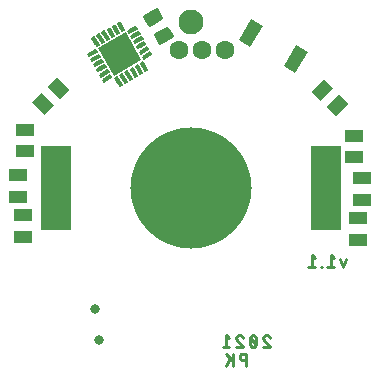
<source format=gbs>
G04 EAGLE Gerber RS-274X export*
G75*
%MOMM*%
%FSLAX34Y34*%
%LPD*%
%INBottom Solder Mask*%
%IPPOS*%
%AMOC8*
5,1,8,0,0,1.08239X$1,22.5*%
G01*
G04 Define Apertures*
%ADD10C,2.101600*%
%ADD11C,0.254000*%
%ADD12C,0.800000*%
%ADD13R,2.641600X7.101600*%
%ADD14C,10.261600*%
%ADD15R,1.521800X1.132800*%
%ADD16R,1.132800X1.521800*%
%ADD17C,0.166334*%
%ADD18R,2.701600X2.701600*%
%ADD19R,2.101600X1.151600*%
%ADD20C,0.357631*%
%ADD21C,1.601600*%
D10*
X0Y140000D03*
D11*
X47110Y-140457D02*
X47110Y-150617D01*
X47110Y-140457D02*
X44288Y-140457D01*
X44182Y-140459D01*
X44077Y-140465D01*
X43972Y-140475D01*
X43867Y-140489D01*
X43763Y-140506D01*
X43660Y-140528D01*
X43558Y-140553D01*
X43456Y-140582D01*
X43356Y-140615D01*
X43257Y-140652D01*
X43160Y-140692D01*
X43064Y-140736D01*
X42969Y-140784D01*
X42877Y-140835D01*
X42787Y-140890D01*
X42698Y-140947D01*
X42612Y-141008D01*
X42529Y-141073D01*
X42447Y-141140D01*
X42369Y-141210D01*
X42293Y-141284D01*
X42219Y-141360D01*
X42149Y-141438D01*
X42082Y-141520D01*
X42017Y-141603D01*
X41956Y-141689D01*
X41899Y-141778D01*
X41844Y-141868D01*
X41793Y-141960D01*
X41745Y-142055D01*
X41701Y-142151D01*
X41661Y-142248D01*
X41624Y-142347D01*
X41591Y-142447D01*
X41562Y-142549D01*
X41537Y-142651D01*
X41515Y-142754D01*
X41498Y-142858D01*
X41484Y-142963D01*
X41474Y-143068D01*
X41468Y-143173D01*
X41466Y-143279D01*
X41468Y-143385D01*
X41474Y-143490D01*
X41484Y-143595D01*
X41498Y-143700D01*
X41515Y-143804D01*
X41537Y-143907D01*
X41562Y-144009D01*
X41591Y-144111D01*
X41624Y-144211D01*
X41661Y-144310D01*
X41701Y-144407D01*
X41745Y-144503D01*
X41793Y-144598D01*
X41844Y-144690D01*
X41899Y-144780D01*
X41956Y-144869D01*
X42017Y-144955D01*
X42082Y-145038D01*
X42149Y-145120D01*
X42219Y-145198D01*
X42293Y-145274D01*
X42369Y-145348D01*
X42447Y-145418D01*
X42529Y-145485D01*
X42612Y-145550D01*
X42698Y-145611D01*
X42787Y-145668D01*
X42877Y-145723D01*
X42969Y-145774D01*
X43064Y-145822D01*
X43160Y-145866D01*
X43257Y-145906D01*
X43356Y-145943D01*
X43456Y-145976D01*
X43558Y-146005D01*
X43660Y-146030D01*
X43763Y-146052D01*
X43867Y-146069D01*
X43972Y-146083D01*
X44077Y-146093D01*
X44182Y-146099D01*
X44288Y-146101D01*
X44288Y-146102D02*
X47110Y-146102D01*
X35680Y-150617D02*
X35680Y-140457D01*
X30035Y-140457D02*
X35680Y-146666D01*
X33422Y-144408D02*
X30035Y-150617D01*
D12*
X-77886Y-129121D03*
X-80920Y-103030D03*
D11*
X61585Y-127432D02*
X61587Y-127332D01*
X61593Y-127233D01*
X61603Y-127133D01*
X61616Y-127035D01*
X61634Y-126936D01*
X61655Y-126839D01*
X61680Y-126743D01*
X61709Y-126647D01*
X61742Y-126553D01*
X61778Y-126460D01*
X61818Y-126369D01*
X61862Y-126279D01*
X61909Y-126191D01*
X61959Y-126105D01*
X62013Y-126021D01*
X62070Y-125939D01*
X62130Y-125860D01*
X62194Y-125782D01*
X62260Y-125708D01*
X62329Y-125636D01*
X62401Y-125567D01*
X62475Y-125501D01*
X62553Y-125437D01*
X62632Y-125377D01*
X62714Y-125320D01*
X62798Y-125266D01*
X62884Y-125216D01*
X62972Y-125169D01*
X63062Y-125125D01*
X63153Y-125085D01*
X63246Y-125049D01*
X63340Y-125016D01*
X63436Y-124987D01*
X63532Y-124962D01*
X63629Y-124941D01*
X63728Y-124923D01*
X63826Y-124910D01*
X63926Y-124900D01*
X64025Y-124894D01*
X64125Y-124892D01*
X64236Y-124894D01*
X64347Y-124900D01*
X64457Y-124909D01*
X64567Y-124922D01*
X64677Y-124939D01*
X64786Y-124960D01*
X64894Y-124984D01*
X65001Y-125012D01*
X65108Y-125043D01*
X65213Y-125079D01*
X65317Y-125117D01*
X65419Y-125160D01*
X65520Y-125205D01*
X65620Y-125255D01*
X65717Y-125307D01*
X65813Y-125363D01*
X65907Y-125422D01*
X65999Y-125484D01*
X66089Y-125549D01*
X66176Y-125617D01*
X66261Y-125689D01*
X66344Y-125763D01*
X66424Y-125839D01*
X66501Y-125919D01*
X66576Y-126001D01*
X66648Y-126085D01*
X66717Y-126172D01*
X66782Y-126261D01*
X66845Y-126353D01*
X66905Y-126446D01*
X66961Y-126542D01*
X67015Y-126639D01*
X67064Y-126738D01*
X67111Y-126839D01*
X67154Y-126941D01*
X67193Y-127045D01*
X67229Y-127150D01*
X62432Y-129407D02*
X62360Y-129337D01*
X62291Y-129264D01*
X62225Y-129188D01*
X62162Y-129110D01*
X62102Y-129030D01*
X62045Y-128947D01*
X61990Y-128863D01*
X61939Y-128776D01*
X61891Y-128688D01*
X61847Y-128598D01*
X61806Y-128507D01*
X61768Y-128414D01*
X61733Y-128319D01*
X61702Y-128224D01*
X61675Y-128127D01*
X61651Y-128030D01*
X61631Y-127931D01*
X61615Y-127832D01*
X61602Y-127733D01*
X61592Y-127633D01*
X61587Y-127532D01*
X61585Y-127432D01*
X62432Y-129407D02*
X67230Y-135052D01*
X61585Y-135052D01*
X55800Y-129972D02*
X55798Y-129772D01*
X55790Y-129572D01*
X55779Y-129373D01*
X55762Y-129174D01*
X55740Y-128975D01*
X55714Y-128777D01*
X55683Y-128579D01*
X55648Y-128383D01*
X55607Y-128187D01*
X55563Y-127992D01*
X55513Y-127798D01*
X55459Y-127606D01*
X55400Y-127415D01*
X55337Y-127225D01*
X55269Y-127037D01*
X55197Y-126851D01*
X55120Y-126666D01*
X55039Y-126484D01*
X54953Y-126303D01*
X54922Y-126219D01*
X54888Y-126137D01*
X54850Y-126056D01*
X54809Y-125976D01*
X54764Y-125899D01*
X54717Y-125824D01*
X54666Y-125750D01*
X54611Y-125679D01*
X54554Y-125611D01*
X54494Y-125544D01*
X54431Y-125481D01*
X54366Y-125420D01*
X54298Y-125362D01*
X54228Y-125307D01*
X54155Y-125255D01*
X54080Y-125207D01*
X54003Y-125161D01*
X53925Y-125119D01*
X53844Y-125080D01*
X53762Y-125045D01*
X53679Y-125013D01*
X53594Y-124985D01*
X53508Y-124960D01*
X53421Y-124940D01*
X53334Y-124922D01*
X53245Y-124909D01*
X53156Y-124900D01*
X53067Y-124894D01*
X52978Y-124892D01*
X52889Y-124894D01*
X52800Y-124900D01*
X52711Y-124909D01*
X52622Y-124922D01*
X52535Y-124940D01*
X52448Y-124960D01*
X52362Y-124985D01*
X52277Y-125013D01*
X52194Y-125045D01*
X52112Y-125080D01*
X52031Y-125119D01*
X51953Y-125161D01*
X51876Y-125207D01*
X51801Y-125255D01*
X51728Y-125307D01*
X51658Y-125362D01*
X51590Y-125420D01*
X51525Y-125481D01*
X51462Y-125544D01*
X51402Y-125611D01*
X51345Y-125679D01*
X51290Y-125750D01*
X51239Y-125824D01*
X51192Y-125899D01*
X51147Y-125976D01*
X51106Y-126056D01*
X51068Y-126137D01*
X51034Y-126219D01*
X51003Y-126303D01*
X50917Y-126484D01*
X50836Y-126667D01*
X50759Y-126851D01*
X50687Y-127038D01*
X50619Y-127226D01*
X50556Y-127415D01*
X50497Y-127606D01*
X50443Y-127799D01*
X50393Y-127992D01*
X50349Y-128187D01*
X50308Y-128383D01*
X50273Y-128579D01*
X50242Y-128777D01*
X50216Y-128975D01*
X50194Y-129174D01*
X50177Y-129373D01*
X50166Y-129572D01*
X50158Y-129772D01*
X50156Y-129972D01*
X55800Y-129972D02*
X55798Y-130172D01*
X55790Y-130372D01*
X55779Y-130571D01*
X55762Y-130770D01*
X55740Y-130969D01*
X55714Y-131167D01*
X55683Y-131365D01*
X55648Y-131561D01*
X55607Y-131757D01*
X55563Y-131952D01*
X55513Y-132146D01*
X55459Y-132338D01*
X55400Y-132529D01*
X55337Y-132719D01*
X55269Y-132907D01*
X55197Y-133093D01*
X55120Y-133278D01*
X55039Y-133460D01*
X54953Y-133641D01*
X54953Y-133640D02*
X54922Y-133724D01*
X54888Y-133807D01*
X54850Y-133887D01*
X54809Y-133967D01*
X54764Y-134044D01*
X54717Y-134119D01*
X54665Y-134193D01*
X54611Y-134264D01*
X54554Y-134332D01*
X54494Y-134399D01*
X54431Y-134462D01*
X54366Y-134523D01*
X54298Y-134581D01*
X54228Y-134636D01*
X54155Y-134688D01*
X54080Y-134736D01*
X54003Y-134782D01*
X53925Y-134824D01*
X53844Y-134863D01*
X53762Y-134898D01*
X53679Y-134930D01*
X53594Y-134958D01*
X53508Y-134983D01*
X53421Y-135003D01*
X53334Y-135021D01*
X53245Y-135034D01*
X53156Y-135043D01*
X53067Y-135049D01*
X52978Y-135051D01*
X51003Y-133641D02*
X50917Y-133460D01*
X50836Y-133277D01*
X50759Y-133093D01*
X50687Y-132906D01*
X50619Y-132718D01*
X50556Y-132529D01*
X50497Y-132338D01*
X50443Y-132145D01*
X50393Y-131952D01*
X50349Y-131757D01*
X50308Y-131561D01*
X50273Y-131365D01*
X50242Y-131167D01*
X50216Y-130969D01*
X50194Y-130770D01*
X50177Y-130571D01*
X50166Y-130372D01*
X50158Y-130172D01*
X50156Y-129972D01*
X51003Y-133640D02*
X51034Y-133724D01*
X51068Y-133807D01*
X51106Y-133887D01*
X51147Y-133967D01*
X51192Y-134044D01*
X51239Y-134119D01*
X51291Y-134193D01*
X51345Y-134264D01*
X51402Y-134332D01*
X51462Y-134399D01*
X51525Y-134462D01*
X51590Y-134523D01*
X51658Y-134581D01*
X51728Y-134636D01*
X51801Y-134688D01*
X51876Y-134736D01*
X51953Y-134782D01*
X52031Y-134824D01*
X52112Y-134863D01*
X52194Y-134898D01*
X52277Y-134930D01*
X52362Y-134958D01*
X52448Y-134983D01*
X52535Y-135003D01*
X52622Y-135021D01*
X52711Y-135034D01*
X52800Y-135043D01*
X52889Y-135049D01*
X52978Y-135051D01*
X55235Y-132794D02*
X50720Y-127149D01*
X41265Y-124892D02*
X41165Y-124894D01*
X41066Y-124900D01*
X40966Y-124910D01*
X40868Y-124923D01*
X40769Y-124941D01*
X40672Y-124962D01*
X40576Y-124987D01*
X40480Y-125016D01*
X40386Y-125049D01*
X40293Y-125085D01*
X40202Y-125125D01*
X40112Y-125169D01*
X40024Y-125216D01*
X39938Y-125266D01*
X39854Y-125320D01*
X39772Y-125377D01*
X39693Y-125437D01*
X39615Y-125501D01*
X39541Y-125567D01*
X39469Y-125636D01*
X39400Y-125708D01*
X39334Y-125782D01*
X39270Y-125860D01*
X39210Y-125939D01*
X39153Y-126021D01*
X39099Y-126105D01*
X39049Y-126191D01*
X39002Y-126279D01*
X38958Y-126369D01*
X38918Y-126460D01*
X38882Y-126553D01*
X38849Y-126647D01*
X38820Y-126743D01*
X38795Y-126839D01*
X38774Y-126936D01*
X38756Y-127035D01*
X38743Y-127133D01*
X38733Y-127233D01*
X38727Y-127332D01*
X38725Y-127432D01*
X41265Y-124892D02*
X41376Y-124894D01*
X41487Y-124900D01*
X41597Y-124909D01*
X41707Y-124922D01*
X41817Y-124939D01*
X41926Y-124960D01*
X42034Y-124984D01*
X42141Y-125012D01*
X42248Y-125043D01*
X42353Y-125079D01*
X42457Y-125117D01*
X42559Y-125160D01*
X42660Y-125205D01*
X42760Y-125255D01*
X42857Y-125307D01*
X42953Y-125363D01*
X43047Y-125422D01*
X43139Y-125484D01*
X43229Y-125549D01*
X43316Y-125617D01*
X43401Y-125689D01*
X43484Y-125763D01*
X43564Y-125839D01*
X43641Y-125919D01*
X43716Y-126001D01*
X43788Y-126085D01*
X43857Y-126172D01*
X43922Y-126261D01*
X43985Y-126353D01*
X44045Y-126446D01*
X44101Y-126542D01*
X44155Y-126639D01*
X44204Y-126738D01*
X44251Y-126839D01*
X44294Y-126941D01*
X44333Y-127045D01*
X44369Y-127150D01*
X39572Y-129407D02*
X39500Y-129337D01*
X39431Y-129264D01*
X39365Y-129188D01*
X39302Y-129110D01*
X39242Y-129030D01*
X39185Y-128947D01*
X39130Y-128863D01*
X39079Y-128776D01*
X39031Y-128688D01*
X38987Y-128598D01*
X38946Y-128507D01*
X38908Y-128414D01*
X38873Y-128319D01*
X38842Y-128224D01*
X38815Y-128127D01*
X38791Y-128030D01*
X38771Y-127931D01*
X38755Y-127832D01*
X38742Y-127733D01*
X38732Y-127633D01*
X38727Y-127532D01*
X38725Y-127432D01*
X39572Y-129407D02*
X44370Y-135052D01*
X38725Y-135052D01*
X32940Y-127149D02*
X30118Y-124892D01*
X30118Y-135052D01*
X32940Y-135052D02*
X27295Y-135052D01*
X128949Y-67567D02*
X131207Y-60794D01*
X126692Y-60794D02*
X128949Y-67567D01*
X121485Y-59665D02*
X118662Y-57407D01*
X118662Y-67567D01*
X115840Y-67567D02*
X121485Y-67567D01*
X110944Y-67567D02*
X110944Y-67003D01*
X110379Y-67003D01*
X110379Y-67567D01*
X110944Y-67567D01*
X105483Y-59665D02*
X102660Y-57407D01*
X102660Y-67567D01*
X99838Y-67567D02*
X105483Y-67567D01*
D13*
X114300Y0D03*
X-114300Y0D03*
D14*
X0Y0D03*
D15*
X-146050Y10465D03*
X-146050Y-7925D03*
D16*
G36*
X110146Y73360D02*
X102136Y81370D01*
X112896Y92130D01*
X120906Y84120D01*
X110146Y73360D01*
G37*
G36*
X123150Y60356D02*
X115140Y68366D01*
X125900Y79126D01*
X133910Y71116D01*
X123150Y60356D01*
G37*
D15*
X144780Y7925D03*
X144780Y-10465D03*
D16*
G36*
X-115197Y69733D02*
X-123207Y61723D01*
X-133967Y72483D01*
X-125957Y80493D01*
X-115197Y69733D01*
G37*
G36*
X-102193Y82737D02*
X-110203Y74727D01*
X-120963Y85487D01*
X-112953Y93497D01*
X-102193Y82737D01*
G37*
D17*
X-73377Y89716D02*
X-66922Y93442D01*
X-73377Y89716D02*
X-74354Y91408D01*
X-67899Y95134D01*
X-66922Y93442D01*
X-70640Y91296D02*
X-74289Y91296D01*
X-71811Y92876D02*
X-67903Y92876D01*
X-67508Y94456D02*
X-69074Y94456D01*
X-69422Y97772D02*
X-75877Y94046D01*
X-76854Y95738D01*
X-70399Y99464D01*
X-69422Y97772D01*
X-73140Y95626D02*
X-76789Y95626D01*
X-74311Y97206D02*
X-70403Y97206D01*
X-70008Y98786D02*
X-71574Y98786D01*
X-71922Y102102D02*
X-78377Y98376D01*
X-79354Y100068D01*
X-72899Y103794D01*
X-71922Y102102D01*
X-75640Y99956D02*
X-79289Y99956D01*
X-76811Y101536D02*
X-72903Y101536D01*
X-72508Y103116D02*
X-74074Y103116D01*
X-74422Y106432D02*
X-80877Y102706D01*
X-81854Y104398D01*
X-75399Y108124D01*
X-74422Y106432D01*
X-78140Y104286D02*
X-81789Y104286D01*
X-79311Y105866D02*
X-75403Y105866D01*
X-75008Y107446D02*
X-76574Y107446D01*
X-76922Y110762D02*
X-83377Y107036D01*
X-84354Y108728D01*
X-77899Y112454D01*
X-76922Y110762D01*
X-80640Y108616D02*
X-84289Y108616D01*
X-81811Y110196D02*
X-77903Y110196D01*
X-77508Y111776D02*
X-79074Y111776D01*
X-79422Y115092D02*
X-85877Y111366D01*
X-86854Y113058D01*
X-80399Y116784D01*
X-79422Y115092D01*
X-83140Y112946D02*
X-86789Y112946D01*
X-84311Y114526D02*
X-80403Y114526D01*
X-80008Y116106D02*
X-81574Y116106D01*
X-52102Y130866D02*
X-45647Y134592D01*
X-52102Y130866D02*
X-53079Y132558D01*
X-46624Y136284D01*
X-45647Y134592D01*
X-49365Y132446D02*
X-53014Y132446D01*
X-50536Y134026D02*
X-46628Y134026D01*
X-46233Y135606D02*
X-47799Y135606D01*
X-43147Y130262D02*
X-49602Y126536D01*
X-50579Y128228D01*
X-44124Y131954D01*
X-43147Y130262D01*
X-46865Y128116D02*
X-50514Y128116D01*
X-48036Y129696D02*
X-44128Y129696D01*
X-43733Y131276D02*
X-45299Y131276D01*
X-40647Y125932D02*
X-47102Y122206D01*
X-48079Y123898D01*
X-41624Y127624D01*
X-40647Y125932D01*
X-44365Y123786D02*
X-48014Y123786D01*
X-45536Y125366D02*
X-41628Y125366D01*
X-41233Y126946D02*
X-42799Y126946D01*
X-38147Y121602D02*
X-44602Y117876D01*
X-45579Y119568D01*
X-39124Y123294D01*
X-38147Y121602D01*
X-41865Y119456D02*
X-45514Y119456D01*
X-43036Y121036D02*
X-39128Y121036D01*
X-38733Y122616D02*
X-40299Y122616D01*
X-35647Y117272D02*
X-42102Y113546D01*
X-43079Y115238D01*
X-36624Y118964D01*
X-35647Y117272D01*
X-39365Y115126D02*
X-43014Y115126D01*
X-40536Y116706D02*
X-36628Y116706D01*
X-36233Y118286D02*
X-37799Y118286D01*
X-33147Y112942D02*
X-39602Y109216D01*
X-40579Y110908D01*
X-34124Y114634D01*
X-33147Y112942D01*
X-36865Y110796D02*
X-40514Y110796D01*
X-38036Y112376D02*
X-34128Y112376D01*
X-33733Y113956D02*
X-35299Y113956D01*
X-40442Y106079D02*
X-36716Y99624D01*
X-38408Y98647D01*
X-42134Y105102D01*
X-40442Y106079D01*
X-39320Y100227D02*
X-37064Y100227D01*
X-37976Y101807D02*
X-40232Y101807D01*
X-41144Y103387D02*
X-38888Y103387D01*
X-39800Y104967D02*
X-42056Y104967D01*
X-44772Y103579D02*
X-41046Y97124D01*
X-42738Y96147D01*
X-46464Y102602D01*
X-44772Y103579D01*
X-43650Y97727D02*
X-41394Y97727D01*
X-42306Y99307D02*
X-44562Y99307D01*
X-45474Y100887D02*
X-43218Y100887D01*
X-44130Y102467D02*
X-46386Y102467D01*
X-49102Y101079D02*
X-45376Y94624D01*
X-47068Y93647D01*
X-50794Y100102D01*
X-49102Y101079D01*
X-47980Y95227D02*
X-45724Y95227D01*
X-46636Y96807D02*
X-48892Y96807D01*
X-49804Y98387D02*
X-47548Y98387D01*
X-48460Y99967D02*
X-50716Y99967D01*
X-53432Y98579D02*
X-49706Y92124D01*
X-51398Y91147D01*
X-55124Y97602D01*
X-53432Y98579D01*
X-52310Y92727D02*
X-50054Y92727D01*
X-50966Y94307D02*
X-53222Y94307D01*
X-54134Y95887D02*
X-51878Y95887D01*
X-52790Y97467D02*
X-55046Y97467D01*
X-57762Y96079D02*
X-54036Y89624D01*
X-55728Y88647D01*
X-59454Y95102D01*
X-57762Y96079D01*
X-56640Y90227D02*
X-54384Y90227D01*
X-55296Y91807D02*
X-57552Y91807D01*
X-58464Y93387D02*
X-56208Y93387D01*
X-57120Y94967D02*
X-59376Y94967D01*
X-62092Y93579D02*
X-58366Y87124D01*
X-60058Y86147D01*
X-63784Y92602D01*
X-62092Y93579D01*
X-60970Y87727D02*
X-58714Y87727D01*
X-59626Y89307D02*
X-61882Y89307D01*
X-62794Y90887D02*
X-60538Y90887D01*
X-61450Y92467D02*
X-63706Y92467D01*
X-77866Y120898D02*
X-81592Y127353D01*
X-77866Y120898D02*
X-79558Y119921D01*
X-83284Y126376D01*
X-81592Y127353D01*
X-80470Y121501D02*
X-78214Y121501D01*
X-79126Y123081D02*
X-81382Y123081D01*
X-82294Y124661D02*
X-80038Y124661D01*
X-80950Y126241D02*
X-83206Y126241D01*
X-77262Y129853D02*
X-73536Y123398D01*
X-75228Y122421D01*
X-78954Y128876D01*
X-77262Y129853D01*
X-76140Y124001D02*
X-73884Y124001D01*
X-74796Y125581D02*
X-77052Y125581D01*
X-77964Y127161D02*
X-75708Y127161D01*
X-76620Y128741D02*
X-78876Y128741D01*
X-72932Y132353D02*
X-69206Y125898D01*
X-70898Y124921D01*
X-74624Y131376D01*
X-72932Y132353D01*
X-71810Y126501D02*
X-69554Y126501D01*
X-70466Y128081D02*
X-72722Y128081D01*
X-73634Y129661D02*
X-71378Y129661D01*
X-72290Y131241D02*
X-74546Y131241D01*
X-68602Y134853D02*
X-64876Y128398D01*
X-66568Y127421D01*
X-70294Y133876D01*
X-68602Y134853D01*
X-67480Y129001D02*
X-65224Y129001D01*
X-66136Y130581D02*
X-68392Y130581D01*
X-69304Y132161D02*
X-67048Y132161D01*
X-67960Y133741D02*
X-70216Y133741D01*
X-64272Y137353D02*
X-60546Y130898D01*
X-62238Y129921D01*
X-65964Y136376D01*
X-64272Y137353D01*
X-63150Y131501D02*
X-60894Y131501D01*
X-61806Y133081D02*
X-64062Y133081D01*
X-64974Y134661D02*
X-62718Y134661D01*
X-63630Y136241D02*
X-65886Y136241D01*
X-59942Y139853D02*
X-56216Y133398D01*
X-57908Y132421D01*
X-61634Y138876D01*
X-59942Y139853D01*
X-58820Y134001D02*
X-56564Y134001D01*
X-57476Y135581D02*
X-59732Y135581D01*
X-60644Y137161D02*
X-58388Y137161D01*
X-59300Y138741D02*
X-61556Y138741D01*
D18*
G36*
X-55056Y131452D02*
X-41548Y108056D01*
X-64944Y94548D01*
X-78452Y117944D01*
X-55056Y131452D01*
G37*
D19*
G36*
X40686Y124792D02*
X51193Y142992D01*
X61166Y137234D01*
X50659Y119034D01*
X40686Y124792D01*
G37*
G36*
X78834Y102767D02*
X89341Y120967D01*
X99314Y115209D01*
X88807Y97009D01*
X78834Y102767D01*
G37*
D20*
X-34680Y137755D02*
X-38480Y144336D01*
X-28600Y150041D01*
X-24800Y143460D01*
X-34680Y137755D01*
X-36641Y141152D02*
X-28797Y141152D01*
X-25429Y144549D02*
X-38111Y144549D01*
X-32228Y147946D02*
X-27390Y147946D01*
X-29590Y128938D02*
X-25790Y122357D01*
X-29590Y128938D02*
X-19710Y134643D01*
X-15910Y128062D01*
X-25790Y122357D01*
X-27751Y125754D02*
X-19907Y125754D01*
X-16539Y129151D02*
X-29221Y129151D01*
X-23338Y132548D02*
X-18500Y132548D01*
D21*
X-9935Y116169D03*
X10106Y116341D03*
X28778Y116512D03*
D15*
X-140000Y49195D03*
X-140000Y30805D03*
X-141878Y-23438D03*
X-141878Y-41828D03*
X138658Y44104D03*
X138658Y25714D03*
X141841Y-25585D03*
X141841Y-43975D03*
M02*

</source>
